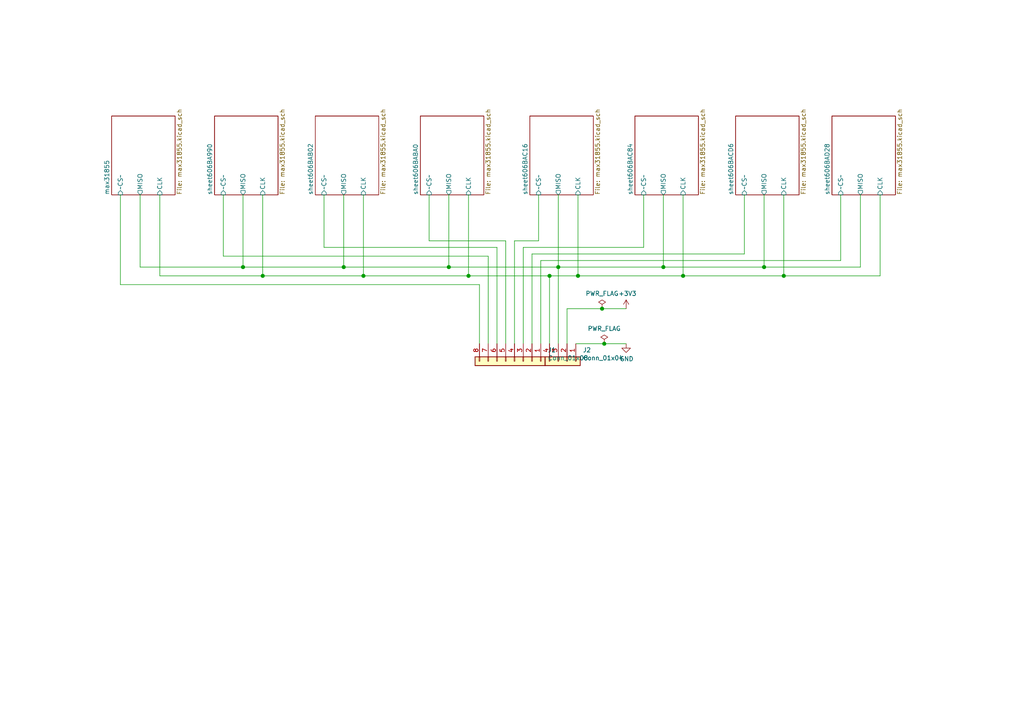
<source format=kicad_sch>
(kicad_sch (version 20210621) (generator eeschema)
  (paper "A4")
  (lib_symbols
    (symbol "Connector_Generic:Conn_01x04" (pin_names (offset 1.016) hide)
      (property "Reference" "J" (at 0 5.08 0))
      (property "Value" "Conn_01x04" (at 0 -7.62 0))
      (symbol "Conn_01x04_1_1"
        (rectangle (start -1.27 -4.953) (end 0 -5.207) (stroke (width 0.1524)))
        (rectangle (start -1.27 -2.413) (end 0 -2.667) (stroke (width 0.1524)))
        (rectangle (start -1.27 0.127) (end 0 -0.127) (stroke (width 0.1524)))
        (rectangle (start -1.27 2.667) (end 0 2.413) (stroke (width 0.1524)))
        (rectangle (start -1.27 3.81) (end 1.27 -6.35) (stroke (width 0.254)) (fill (type background)))
        (pin passive line (at -5.08 2.54 0) (length 3.81) (name "Pin_1") (number "1"))
        (pin passive line (at -5.08 0 0) (length 3.81) (name "Pin_2") (number "2"))
        (pin passive line (at -5.08 -2.54 0) (length 3.81) (name "Pin_3") (number "3"))
        (pin passive line (at -5.08 -5.08 0) (length 3.81) (name "Pin_4") (number "4"))
      )
    )
    (symbol "Connector_Generic:Conn_01x08" (pin_names (offset 1.016) hide)
      (property "Reference" "J" (at 0 10.16 0))
      (property "Value" "Conn_01x08" (at 0 -12.7 0))
      (symbol "Conn_01x08_1_1"
        (rectangle (start -1.27 -10.033) (end 0 -10.287) (stroke (width 0.1524)))
        (rectangle (start -1.27 -7.493) (end 0 -7.747) (stroke (width 0.1524)))
        (rectangle (start -1.27 -4.953) (end 0 -5.207) (stroke (width 0.1524)))
        (rectangle (start -1.27 -2.413) (end 0 -2.667) (stroke (width 0.1524)))
        (rectangle (start -1.27 0.127) (end 0 -0.127) (stroke (width 0.1524)))
        (rectangle (start -1.27 2.667) (end 0 2.413) (stroke (width 0.1524)))
        (rectangle (start -1.27 5.207) (end 0 4.953) (stroke (width 0.1524)))
        (rectangle (start -1.27 7.747) (end 0 7.493) (stroke (width 0.1524)))
        (rectangle (start -1.27 8.89) (end 1.27 -11.43) (stroke (width 0.254)) (fill (type background)))
        (pin passive line (at -5.08 7.62 0) (length 3.81) (name "Pin_1") (number "1"))
        (pin passive line (at -5.08 5.08 0) (length 3.81) (name "Pin_2") (number "2"))
        (pin passive line (at -5.08 2.54 0) (length 3.81) (name "Pin_3") (number "3"))
        (pin passive line (at -5.08 0 0) (length 3.81) (name "Pin_4") (number "4"))
        (pin passive line (at -5.08 -2.54 0) (length 3.81) (name "Pin_5") (number "5"))
        (pin passive line (at -5.08 -5.08 0) (length 3.81) (name "Pin_6") (number "6"))
        (pin passive line (at -5.08 -7.62 0) (length 3.81) (name "Pin_7") (number "7"))
        (pin passive line (at -5.08 -10.16 0) (length 3.81) (name "Pin_8") (number "8"))
      )
    )
    (symbol "power:+3.3V" (power) (pin_names (offset 0))
      (property "Value" "+3.3V" (at 0 3.556 0))
      (symbol "+3.3V_0_1"
        (polyline (pts (xy -0.762 1.27) (xy 0 2.54)))
        (polyline (pts (xy 0 0) (xy 0 2.54)))
        (polyline (pts (xy 0 2.54) (xy 0.762 1.27)))
      )
      (symbol "+3.3V_1_1"
        (pin power_in line (at 0 0 90) (length 0) hide (name "+3V3") (number "1"))
      )
    )
    (symbol "power:GND" (power) (pin_names (offset 0))
      (property "Value" "GND" (at 0 -3.81 0))
      (symbol "GND_0_1"
        (polyline (pts (xy 0 0) (xy 0 -1.27) (xy 1.27 -1.27) (xy 0 -2.54) (xy -1.27 -1.27) (xy 0 -1.27)))
      )
      (symbol "GND_1_1"
        (pin power_in line (at 0 0 270) (length 0) hide (name "GND") (number "1"))
      )
    )
    (symbol "power:PWR_FLAG" (power) (pin_numbers hide) (pin_names (offset 0) hide)
      (property "Value" "PWR_FLAG" (at 0 3.81 0))
      (symbol "PWR_FLAG_0_0"
        (pin power_out line (at 0 0 90) (length 0) (name "pwr") (number "1"))
      )
      (symbol "PWR_FLAG_0_1"
        (polyline (pts (xy 0 0) (xy 0 1.27) (xy -1.016 1.905) (xy 0 2.54) (xy 1.016 1.905) (xy 0 1.27)))
      )
    )
  )
  (junction (at 70.485 77.47) (diameter 1.016))
  (junction (at 76.2 80.01) (diameter 1.016))
  (junction (at 99.695 77.47) (diameter 1.016))
  (junction (at 105.41 80.01) (diameter 1.016))
  (junction (at 130.175 77.47) (diameter 1.016))
  (junction (at 135.89 80.01) (diameter 1.016))
  (junction (at 159.385 80.01) (diameter 1.016))
  (junction (at 161.925 77.47) (diameter 1.016))
  (junction (at 167.64 80.01) (diameter 1.016))
  (junction (at 174.625 89.535) (diameter 1.016))
  (junction (at 175.26 99.695) (diameter 1.016))
  (junction (at 192.405 77.47) (diameter 1.016))
  (junction (at 198.12 80.01) (diameter 1.016))
  (junction (at 221.615 77.47) (diameter 1.016))
  (junction (at 227.33 80.01) (diameter 1.016))
  (wire (pts (xy 34.925 56.515) (xy 34.925 82.55)))
  (wire (pts (xy 34.925 82.55) (xy 139.065 82.55)))
  (wire (pts (xy 40.64 56.515) (xy 40.64 77.47)))
  (wire (pts (xy 40.64 77.47) (xy 70.485 77.47)))
  (wire (pts (xy 46.355 56.515) (xy 46.355 80.01)))
  (wire (pts (xy 46.355 80.01) (xy 76.2 80.01)))
  (wire (pts (xy 64.77 56.515) (xy 64.77 74.295)))
  (wire (pts (xy 64.77 74.295) (xy 141.605 74.295)))
  (wire (pts (xy 70.485 56.515) (xy 70.485 77.47)))
  (wire (pts (xy 70.485 77.47) (xy 99.695 77.47)))
  (wire (pts (xy 76.2 56.515) (xy 76.2 80.01)))
  (wire (pts (xy 76.2 80.01) (xy 105.41 80.01)))
  (wire (pts (xy 93.98 56.515) (xy 93.98 71.755)))
  (wire (pts (xy 93.98 71.755) (xy 144.145 71.755)))
  (wire (pts (xy 99.695 56.515) (xy 99.695 77.47)))
  (wire (pts (xy 99.695 77.47) (xy 130.175 77.47)))
  (wire (pts (xy 105.41 56.515) (xy 105.41 80.01)))
  (wire (pts (xy 105.41 80.01) (xy 135.89 80.01)))
  (wire (pts (xy 124.46 56.515) (xy 124.46 69.85)))
  (wire (pts (xy 124.46 69.85) (xy 146.685 69.85)))
  (wire (pts (xy 130.175 56.515) (xy 130.175 77.47)))
  (wire (pts (xy 130.175 77.47) (xy 161.925 77.47)))
  (wire (pts (xy 135.89 56.515) (xy 135.89 80.01)))
  (wire (pts (xy 135.89 80.01) (xy 159.385 80.01)))
  (wire (pts (xy 139.065 82.55) (xy 139.065 99.695)))
  (wire (pts (xy 141.605 74.295) (xy 141.605 99.695)))
  (wire (pts (xy 144.145 71.755) (xy 144.145 99.695)))
  (wire (pts (xy 146.685 69.85) (xy 146.685 99.695)))
  (wire (pts (xy 149.225 69.85) (xy 149.225 99.695)))
  (wire (pts (xy 151.765 71.755) (xy 151.765 99.695)))
  (wire (pts (xy 154.305 73.66) (xy 154.305 99.695)))
  (wire (pts (xy 156.21 56.515) (xy 156.21 69.85)))
  (wire (pts (xy 156.21 69.85) (xy 149.225 69.85)))
  (wire (pts (xy 156.845 75.565) (xy 156.845 99.695)))
  (wire (pts (xy 159.385 80.01) (xy 167.64 80.01)))
  (wire (pts (xy 159.385 99.695) (xy 159.385 80.01)))
  (wire (pts (xy 161.925 56.515) (xy 161.925 77.47)))
  (wire (pts (xy 161.925 77.47) (xy 161.925 99.695)))
  (wire (pts (xy 161.925 77.47) (xy 192.405 77.47)))
  (wire (pts (xy 164.465 89.535) (xy 174.625 89.535)))
  (wire (pts (xy 164.465 99.695) (xy 164.465 89.535)))
  (wire (pts (xy 167.64 56.515) (xy 167.64 80.01)))
  (wire (pts (xy 167.64 80.01) (xy 198.12 80.01)))
  (wire (pts (xy 174.625 89.535) (xy 181.61 89.535)))
  (wire (pts (xy 175.26 99.695) (xy 167.005 99.695)))
  (wire (pts (xy 181.61 99.695) (xy 175.26 99.695)))
  (wire (pts (xy 186.69 56.515) (xy 186.69 71.755)))
  (wire (pts (xy 186.69 71.755) (xy 151.765 71.755)))
  (wire (pts (xy 192.405 56.515) (xy 192.405 77.47)))
  (wire (pts (xy 192.405 77.47) (xy 221.615 77.47)))
  (wire (pts (xy 198.12 56.515) (xy 198.12 80.01)))
  (wire (pts (xy 198.12 80.01) (xy 227.33 80.01)))
  (wire (pts (xy 215.9 56.515) (xy 215.9 73.66)))
  (wire (pts (xy 215.9 73.66) (xy 154.305 73.66)))
  (wire (pts (xy 221.615 56.515) (xy 221.615 77.47)))
  (wire (pts (xy 221.615 77.47) (xy 249.555 77.47)))
  (wire (pts (xy 227.33 56.515) (xy 227.33 80.01)))
  (wire (pts (xy 227.33 80.01) (xy 255.27 80.01)))
  (wire (pts (xy 243.84 56.515) (xy 243.84 75.565)))
  (wire (pts (xy 243.84 75.565) (xy 156.845 75.565)))
  (wire (pts (xy 249.555 77.47) (xy 249.555 56.515)))
  (wire (pts (xy 255.27 80.01) (xy 255.27 56.515)))
  (symbol (lib_id "power:+3.3V") (at 181.61 89.535 0) (unit 1)
    (property "Reference" "#PWR01" (effects hide))
    (property "Value" "+3.3V" (at 181.991 85.1408 0))
  )
  (symbol (lib_id "power:PWR_FLAG") (at 174.625 89.535 0) (unit 1)
    (property "Reference" "#FLG01" (effects hide))
    (property "Value" "PWR_FLAG" (at 174.625 85.1408 0))
  )
  (symbol (lib_id "power:PWR_FLAG") (at 175.26 99.695 0) (unit 1)
    (property "Reference" "#FLG02" (effects hide))
    (property "Value" "PWR_FLAG" (at 175.26 95.3008 0))
  )
  (symbol (lib_id "power:GND") (at 181.61 99.695 0) (unit 1)
    (property "Reference" "#PWR02" (effects hide))
    (property "Value" "GND" (at 181.737 104.0892 0))
  )
  (symbol (lib_id "Connector_Generic:Conn_01x04") (at 164.465 104.775 270) (unit 1)
    (property "Reference" "J2" (at 169.037 101.5238 90) (effects (justify left)))
    (property "Value" "Conn_01x04" (at 169.037 103.8352 90) (effects (justify left)))
    (property "Footprint" "Connector_PinSocket_2.54mm:PinSocket_1x04_P2.54mm_Vertical" (effects hide))
  )
  (symbol (lib_id "Thermo:MountingHoles") (at 34.29 141.478 0) (unit 1)
    (property "Reference" "H1" (at 36.703 142.2146 0) (effects (justify left)))
    (property "Value" "MountingHoles" (at 36.703 144.526 0) (effects (justify left)))
    (property "Footprint" "Thermo:MountingHole_pattern" (effects hide))
  )
  (symbol (lib_id "Connector_Generic:Conn_01x08") (at 149.225 104.775 270) (unit 1)
    (property "Reference" "J1" (at 158.877 101.5238 90) (effects (justify left)))
    (property "Value" "Conn_01x08" (at 158.877 103.8352 90) (effects (justify left)))
    (property "Footprint" "Connector_PinSocket_2.54mm:PinSocket_1x08_P2.54mm_Vertical" (effects hide))
  )
  (sheet (at 32.385 33.655) (size 18.415 22.86)
    (property "Sheet name" "max31855" (at 31.7495 56.515 90) (effects (justify left bottom)))
    (property "Sheet file" "max31855.kicad_sch" (at 51.3085 56.515 90) (effects (justify left top)))
    (pin "CLK" input (at 46.355 56.515 270))
    (pin "~CS~" input (at 34.925 56.515 270))
    (pin "MISO" output (at 40.64 56.515 270))
  )
  (sheet (at 62.23 33.655) (size 18.415 22.86)
    (property "Sheet name" "sheet606BA990" (at 61.5945 56.515 90) (effects (justify left bottom)))
    (property "Sheet file" "max31855.kicad_sch" (at 81.1535 56.515 90) (effects (justify left top)))
    (pin "CLK" input (at 76.2 56.515 270))
    (pin "~CS~" input (at 64.77 56.515 270))
    (pin "MISO" output (at 70.485 56.515 270))
  )
  (sheet (at 91.44 33.655) (size 18.415 22.86)
    (property "Sheet name" "sheet606BAB02" (at 90.8045 56.515 90) (effects (justify left bottom)))
    (property "Sheet file" "max31855.kicad_sch" (at 110.3635 56.515 90) (effects (justify left top)))
    (pin "CLK" input (at 105.41 56.515 270))
    (pin "~CS~" input (at 93.98 56.515 270))
    (pin "MISO" output (at 99.695 56.515 270))
  )
  (sheet (at 121.92 33.655) (size 18.415 22.86)
    (property "Sheet name" "sheet606BABA0" (at 121.2845 56.515 90) (effects (justify left bottom)))
    (property "Sheet file" "max31855.kicad_sch" (at 140.8435 56.515 90) (effects (justify left top)))
    (pin "CLK" input (at 135.89 56.515 270))
    (pin "~CS~" input (at 124.46 56.515 270))
    (pin "MISO" output (at 130.175 56.515 270))
  )
  (sheet (at 153.67 33.655) (size 18.415 22.86)
    (property "Sheet name" "sheet606BAC16" (at 153.0345 56.515 90) (effects (justify left bottom)))
    (property "Sheet file" "max31855.kicad_sch" (at 172.5935 56.515 90) (effects (justify left top)))
    (pin "CLK" input (at 167.64 56.515 270))
    (pin "~CS~" input (at 156.21 56.515 270))
    (pin "MISO" output (at 161.925 56.515 270))
  )
  (sheet (at 184.15 33.655) (size 18.415 22.86)
    (property "Sheet name" "sheet606BAC84" (at 183.5145 56.515 90) (effects (justify left bottom)))
    (property "Sheet file" "max31855.kicad_sch" (at 203.0735 56.515 90) (effects (justify left top)))
    (pin "CLK" input (at 198.12 56.515 270))
    (pin "~CS~" input (at 186.69 56.515 270))
    (pin "MISO" output (at 192.405 56.515 270))
  )
  (sheet (at 213.36 33.655) (size 18.415 22.86)
    (property "Sheet name" "sheet606BACD6" (at 212.7245 56.515 90) (effects (justify left bottom)))
    (property "Sheet file" "max31855.kicad_sch" (at 232.2835 56.515 90) (effects (justify left top)))
    (pin "CLK" input (at 227.33 56.515 270))
    (pin "~CS~" input (at 215.9 56.515 270))
    (pin "MISO" output (at 221.615 56.515 270))
  )
  (sheet (at 241.3 33.655) (size 18.415 22.86)
    (property "Sheet name" "sheet606BAD28" (at 240.6645 56.515 90) (effects (justify left bottom)))
    (property "Sheet file" "max31855.kicad_sch" (at 260.2235 56.515 90) (effects (justify left top)))
    (pin "CLK" input (at 255.27 56.515 270))
    (pin "~CS~" input (at 243.84 56.515 270))
    (pin "MISO" output (at 249.555 56.515 270))
  )
)
</source>
